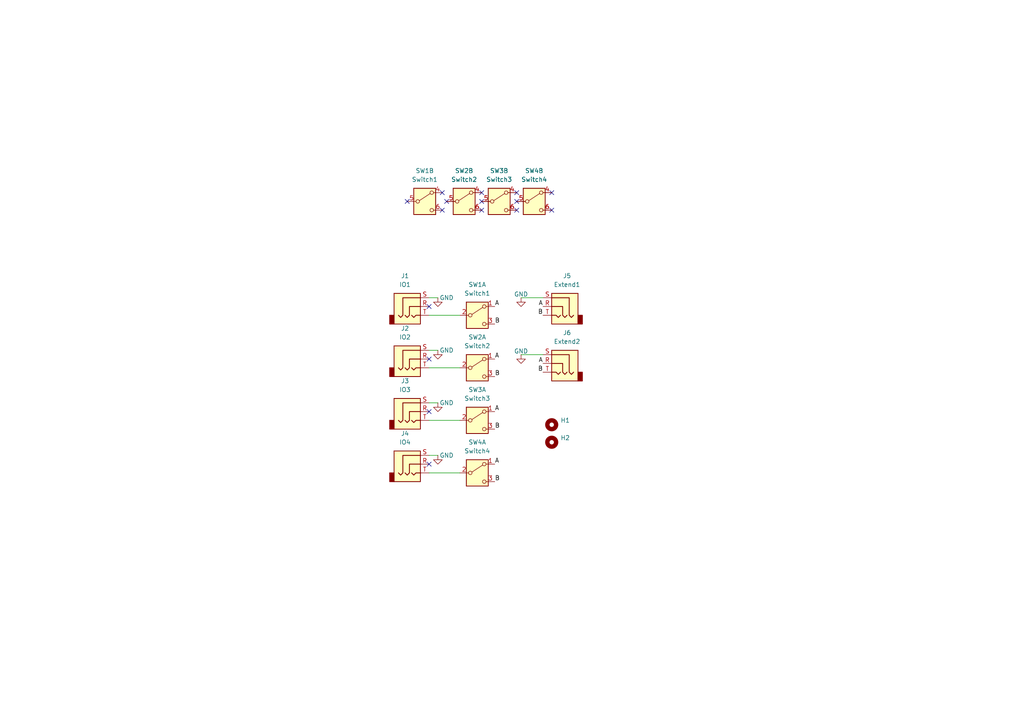
<source format=kicad_sch>
(kicad_sch (version 20250114) (generator "eeschema") (generator_version "9.0")
  (paper "A4")
  (lib_symbols
    (symbol "AudioJack3_1"
      (property "Reference" "J1" (at -1.905 8.89 0))
      (property "Value" "IO1" (at -1.905 6.35 0))
      (symbol "AudioJack3_1_0_1"
        (rectangle (start -5.08 -5.08) (end -6.35 -2.54) (stroke (width 0.254)) (fill (type outline)))
        (polyline (pts (xy -1.905 -2.54) (xy -1.27 -3.175) (xy -0.635 -2.54) (xy -0.635 0) (xy 2.54 0)) (stroke (width 0.254)))
        (polyline (pts (xy 0 -2.54) (xy 0.635 -3.175) (xy 1.27 -2.54) (xy 2.54 -2.54)) (stroke (width 0.254)))
        (rectangle (start 2.54 3.81) (end -5.08 -5.08) (stroke (width 0.254)) (fill (type background)))
        (polyline (pts (xy 2.54 2.54) (xy -2.54 2.54) (xy -2.54 -2.54) (xy -3.175 -3.175) (xy -3.81 -2.54)) (stroke (width 0.254)))
      )
      (symbol "AudioJack3_1_1_1"
        (pin power_out line (at 5.08 2.54 180) (length 2.54) (name "~") (number "S"))
        (pin passive line (at 5.08 0 180) (length 2.54) (name "~") (number "R"))
        (pin passive line (at 5.08 -2.54 180) (length 2.54) (name "~") (number "T"))
      )
    )
    (symbol "Connector_Audio:AudioJack3"
      (property "Reference" "J" (at 0 8.89 0))
      (property "Value" "AudioJack3" (at 0 6.35 0))
      (symbol "AudioJack3_0_1"
        (rectangle (start -5.08 -5.08) (end -6.35 -2.54) (stroke (width 0.254)) (fill (type outline)))
        (polyline (pts (xy -1.905 -2.54) (xy -1.27 -3.175) (xy -0.635 -2.54) (xy -0.635 0) (xy 2.54 0)) (stroke (width 0.254)))
        (polyline (pts (xy 0 -2.54) (xy 0.635 -3.175) (xy 1.27 -2.54) (xy 2.54 -2.54)) (stroke (width 0.254)))
        (rectangle (start 2.54 3.81) (end -5.08 -5.08) (stroke (width 0.254)) (fill (type background)))
        (polyline (pts (xy 2.54 2.54) (xy -2.54 2.54) (xy -2.54 -2.54) (xy -3.175 -3.175) (xy -3.81 -2.54)) (stroke (width 0.254)))
      )
      (symbol "AudioJack3_1_1"
        (pin passive line (at 5.08 2.54 180) (length 2.54) (name "~") (number "S"))
        (pin passive line (at 5.08 0 180) (length 2.54) (name "~") (number "R"))
        (pin passive line (at 5.08 -2.54 180) (length 2.54) (name "~") (number "T"))
      )
    )
    (symbol "Mechanical:MountingHole" (pin_names (offset 1.016)) (in_bom no)
      (property "Reference" "H" (at 0 5.08 0))
      (property "Value" "MountingHole" (at 0 3.175 0))
      (symbol "MountingHole_0_1"
        (circle (center 0 0) (radius 1.27) (stroke (width 1.27)))
      )
    )
    (symbol "Switch:SW_DPDT_x2" (pin_names (offset 0) (hide yes))
      (property "Reference" "SW" (at 0 5.08 0))
      (property "Value" "SW_DPDT_x2" (at 0 -5.08 0))
      (symbol "SW_DPDT_x2_0_0"
        (circle (center -2.032 0) (radius 0.508))
        (circle (center 2.032 -2.54) (radius 0.508))
      )
      (symbol "SW_DPDT_x2_0_1"
        (rectangle (start -3.175 3.81) (end 3.175 -3.81) (stroke (width 0.254)) (fill (type background)))
        (polyline (pts (xy -1.524 0.254) (xy 1.5748 2.286)))
        (circle (center 2.032 2.54) (radius 0.508))
      )
      (symbol "SW_DPDT_x2_1_1"
        (pin passive line (at -5.08 0 0) (length 2.54) (name "B") (number "2"))
        (pin passive line (at 5.08 2.54 180) (length 2.54) (name "A") (number "1"))
        (pin passive line (at 5.08 -2.54 180) (length 2.54) (name "C") (number "3"))
      )
      (symbol "SW_DPDT_x2_2_1"
        (pin passive line (at -5.08 0 0) (length 2.54) (name "B") (number "5"))
        (pin passive line (at 5.08 2.54 180) (length 2.54) (name "A") (number "4"))
        (pin passive line (at 5.08 -2.54 180) (length 2.54) (name "C") (number "6"))
      )
    )
    (symbol "power:GND" (power) (pin_numbers (hide yes)) (pin_names (offset 0) (hide yes))
      (property "Value" "GND" (at 0 -3.81 0))
      (symbol "GND_0_1"
        (polyline (pts (xy 0 0) (xy 0 -1.27) (xy 1.27 -1.27) (xy 0 -2.54) (xy -1.27 -1.27) (xy 0 -1.27)))
      )
      (symbol "GND_1_1"
        (pin power_in line (at 0 0 270) (length 0) (name "~") (number "1"))
      )
    )
  )
  (no_connect (at 128.27 60.96))
  (no_connect (at 124.46 88.9))
  (no_connect (at 139.7 55.88))
  (no_connect (at 118.11 58.42))
  (no_connect (at 129.54 58.42))
  (no_connect (at 128.27 55.88))
  (no_connect (at 124.46 134.62))
  (no_connect (at 149.86 55.88))
  (no_connect (at 160.02 60.96))
  (no_connect (at 160.02 55.88))
  (no_connect (at 139.7 60.96))
  (no_connect (at 124.46 119.38))
  (no_connect (at 149.86 58.42))
  (no_connect (at 139.7 58.42))
  (no_connect (at 149.86 60.96))
  (no_connect (at 124.46 104.14))
  (wire (pts (xy 124.46 86.36) (xy 127 86.36)))
  (wire (pts (xy 124.46 106.68) (xy 133.35 106.68)))
  (wire (pts (xy 124.46 137.16) (xy 133.35 137.16)))
  (wire (pts (xy 124.46 91.44) (xy 133.35 91.44)))
  (wire (pts (xy 151.13 102.87) (xy 157.48 102.87)))
  (wire (pts (xy 124.46 132.08) (xy 127 132.08)))
  (wire (pts (xy 124.46 116.84) (xy 127 116.84)))
  (wire (pts (xy 124.46 121.92) (xy 133.35 121.92)))
  (wire (pts (xy 151.13 86.36) (xy 157.48 86.36)))
  (wire (pts (xy 124.46 101.6) (xy 127 101.6)))
  (label "A" (at 143.51 134.62 0))
  (label "B" (at 143.51 109.22 0))
  (label "B" (at 143.51 139.7 0))
  (label "B" (at 143.51 93.98 0))
  (label "A" (at 143.51 88.9 0))
  (label "A" (at 157.48 88.9 180))
  (label "A" (at 143.51 104.14 0))
  (label "A" (at 143.51 119.38 0))
  (label "A" (at 157.48 105.41 180))
  (label "B" (at 157.48 91.44 180))
  (label "B" (at 143.51 124.46 0))
  (label "B" (at 157.48 107.95 180))
  (symbol (lib_id "Switch:SW_DPDT_x2") (at 138.43 137.16 0) (unit 1)
    (property "Reference" "SW4" (at 138.43 128.27 0))
    (property "Value" "Switch4" (at 138.43 130.81 0))
    (property "Footprint" "Button_Switch_THT:SW_PUSH_E-Switch_FS5700DP_DPDT" (effects (hide yes)))
    (property "Description" "Switch, dual pole double throw, separate symbols" (effects (hide yes)))
  )
  (symbol (lib_id "power:GND") (at 127 116.84 0) (unit 1)
    (property "Reference" "#PWR03" (effects (hide yes)))
    (property "Value" "GND" (at 129.54 116.84 0))
    (property "Description" "Power symbol creates a global label with name \"GND\" , ground" (effects (hide yes)))
  )
  (symbol (lib_id "Connector_Audio:AudioJack3") (at 119.38 104.14 0) (unit 1)
    (property "Reference" "J2" (at 117.475 95.25 0))
    (property "Value" "IO2" (at 117.475 97.79 0))
    (property "Footprint" "Connector_Audio:Jack_3.5mm_CUI_SJ1-3523N_Horizontal" (effects (hide yes)))
    (property "Description" "Audio Jack, 3 Poles (Stereo / TRS)" (effects (hide yes)))
  )
  (symbol (lib_id "Connector_Audio:AudioJack3") (at 162.56 88.9 0) (mirror y) (unit 1)
    (property "Reference" "J5" (at 164.465 80.01 0))
    (property "Value" "Extend1" (at 164.465 82.55 0))
    (property "Footprint" "Connector_Audio:Jack_3.5mm_CUI_SJ1-3523N_Horizontal" (effects (hide yes)))
    (property "Description" "Audio Jack, 3 Poles (Stereo / TRS)" (effects (hide yes)))
  )
  (symbol (lib_id "Switch:SW_DPDT_x2") (at 144.78 58.42 0) (unit 2)
    (property "Reference" "SW3" (at 144.78 49.53 0))
    (property "Value" "Switch3" (at 144.78 52.07 0))
    (property "Footprint" "Button_Switch_THT:SW_PUSH_E-Switch_FS5700DP_DPDT" (effects (hide yes)))
    (property "Description" "Switch, dual pole double throw, separate symbols" (effects (hide yes)))
  )
  (symbol (lib_id "Switch:SW_DPDT_x2") (at 138.43 121.92 0) (unit 1)
    (property "Reference" "SW3" (at 138.43 113.03 0))
    (property "Value" "Switch3" (at 138.43 115.57 0))
    (property "Footprint" "Button_Switch_THT:SW_PUSH_E-Switch_FS5700DP_DPDT" (effects (hide yes)))
    (property "Description" "Switch, dual pole double throw, separate symbols" (effects (hide yes)))
  )
  (symbol (lib_id "power:GND") (at 127 132.08 0) (unit 1)
    (property "Reference" "#PWR04" (effects (hide yes)))
    (property "Value" "GND" (at 129.54 132.08 0))
    (property "Description" "Power symbol creates a global label with name \"GND\" , ground" (effects (hide yes)))
  )
  (symbol (lib_id "power:GND") (at 151.13 86.36 0) (unit 1)
    (property "Reference" "#PWR05" (effects (hide yes)))
    (property "Value" "GND" (at 151.13 85.344 0))
    (property "Description" "Power symbol creates a global label with name \"GND\" , ground" (effects (hide yes)))
  )
  (symbol (lib_id "Switch:SW_DPDT_x2") (at 134.62 58.42 0) (unit 2)
    (property "Reference" "SW2" (at 134.62 49.53 0))
    (property "Value" "Switch2" (at 134.62 52.07 0))
    (property "Footprint" "Button_Switch_THT:SW_PUSH_E-Switch_FS5700DP_DPDT" (effects (hide yes)))
    (property "Description" "Switch, dual pole double throw, separate symbols" (effects (hide yes)))
  )
  (symbol (lib_id "Connector_Audio:AudioJack3") (at 119.38 119.38 0) (unit 1)
    (property "Reference" "J3" (at 117.475 110.49 0))
    (property "Value" "IO3" (at 117.475 113.03 0))
    (property "Footprint" "Connector_Audio:Jack_3.5mm_CUI_SJ1-3523N_Horizontal" (effects (hide yes)))
    (property "Description" "Audio Jack, 3 Poles (Stereo / TRS)" (effects (hide yes)))
  )
  (symbol (lib_id "Switch:SW_DPDT_x2") (at 138.43 91.44 0) (unit 1)
    (property "Reference" "SW1" (at 138.43 82.55 0))
    (property "Value" "Switch1" (at 138.43 85.09 0))
    (property "Footprint" "Button_Switch_THT:SW_PUSH_E-Switch_FS5700DP_DPDT" (effects (hide yes)))
    (property "Description" "Switch, dual pole double throw, separate symbols" (effects (hide yes)))
  )
  (symbol (lib_id "Switch:SW_DPDT_x2") (at 123.19 58.42 0) (unit 2)
    (property "Reference" "SW1" (at 123.19 49.53 0))
    (property "Value" "Switch1" (at 123.19 52.07 0))
    (property "Footprint" "Button_Switch_THT:SW_PUSH_E-Switch_FS5700DP_DPDT" (effects (hide yes)))
    (property "Description" "Switch, dual pole double throw, separate symbols" (effects (hide yes)))
  )
  (symbol (lib_id "power:GND") (at 151.13 102.87 0) (unit 1)
    (property "Reference" "#PWR06" (effects (hide yes)))
    (property "Value" "GND" (at 151.13 101.854 0))
    (property "Description" "Power symbol creates a global label with name \"GND\" , ground" (effects (hide yes)))
  )
  (symbol (lib_id "Connector_Audio:AudioJack3") (at 162.56 105.41 0) (mirror y) (unit 1)
    (property "Reference" "J6" (at 164.465 96.52 0))
    (property "Value" "Extend2" (at 164.465 99.06 0))
    (property "Footprint" "Connector_Audio:Jack_3.5mm_CUI_SJ1-3523N_Horizontal" (effects (hide yes)))
    (property "Description" "Audio Jack, 3 Poles (Stereo / TRS)" (effects (hide yes)))
  )
  (symbol (lib_id "power:GND") (at 127 86.36 0) (unit 1)
    (property "Reference" "#PWR01" (effects (hide yes)))
    (property "Value" "GND" (at 129.54 86.36 0))
    (property "Description" "Power symbol creates a global label with name \"GND\" , ground" (effects (hide yes)))
  )
  (symbol (lib_id "Switch:SW_DPDT_x2") (at 154.94 58.42 0) (unit 2)
    (property "Reference" "SW4" (at 154.94 49.53 0))
    (property "Value" "Switch4" (at 154.94 52.07 0))
    (property "Footprint" "Button_Switch_THT:SW_PUSH_E-Switch_FS5700DP_DPDT" (effects (hide yes)))
    (property "Description" "Switch, dual pole double throw, separate symbols" (effects (hide yes)))
  )
  (symbol (lib_id "Switch:SW_DPDT_x2") (at 138.43 106.68 0) (unit 1)
    (property "Reference" "SW2" (at 138.43 97.79 0))
    (property "Value" "Switch2" (at 138.43 100.33 0))
    (property "Footprint" "Button_Switch_THT:SW_PUSH_E-Switch_FS5700DP_DPDT" (effects (hide yes)))
    (property "Description" "Switch, dual pole double throw, separate symbols" (effects (hide yes)))
  )
  (symbol (lib_name "AudioJack3_1") (lib_id "Connector_Audio:AudioJack3") (at 119.38 88.9 0) (unit 1)
    (property "Reference" "J1" (at 117.475 80.01 0))
    (property "Value" "IO1" (at 117.475 82.55 0))
    (property "Footprint" "Connector_Audio:Jack_3.5mm_CUI_SJ1-3523N_Horizontal" (effects (hide yes)))
    (property "Description" "Audio Jack, 3 Poles (Stereo / TRS)" (effects (hide yes)))
  )
  (symbol (lib_id "Mechanical:MountingHole") (at 160.02 123.19 0) (unit 1) (in_bom no)
    (property "Reference" "H1" (at 162.56 121.9199 0) (effects (justify left)))
    (property "Value" "MountingHole" (effects (hide yes)))
    (property "Footprint" "MountingHole:MountingHole_3.2mm_M3_DIN965" (effects (hide yes)))
    (property "Description" "Mounting Hole without connection" (effects (hide yes)))
  )
  (symbol (lib_id "Connector_Audio:AudioJack3") (at 119.38 134.62 0) (unit 1)
    (property "Reference" "J4" (at 117.475 125.73 0))
    (property "Value" "IO4" (at 117.475 128.27 0))
    (property "Footprint" "Connector_Audio:Jack_3.5mm_CUI_SJ1-3523N_Horizontal" (effects (hide yes)))
    (property "Description" "Audio Jack, 3 Poles (Stereo / TRS)" (effects (hide yes)))
  )
  (symbol (lib_id "Mechanical:MountingHole") (at 160.02 128.27 0) (unit 1) (in_bom no)
    (property "Reference" "H2" (at 162.56 126.9999 0) (effects (justify left)))
    (property "Value" "MountingHole" (effects (hide yes)))
    (property "Footprint" "MountingHole:MountingHole_3.2mm_M3_DIN965" (effects (hide yes)))
    (property "Description" "Mounting Hole without connection" (effects (hide yes)))
  )
  (symbol (lib_id "power:GND") (at 127 101.6 0) (unit 1)
    (property "Reference" "#PWR02" (effects (hide yes)))
    (property "Value" "GND" (at 129.54 101.6 0))
    (property "Description" "Power symbol creates a global label with name \"GND\" , ground" (effects (hide yes)))
  )
)
</source>
